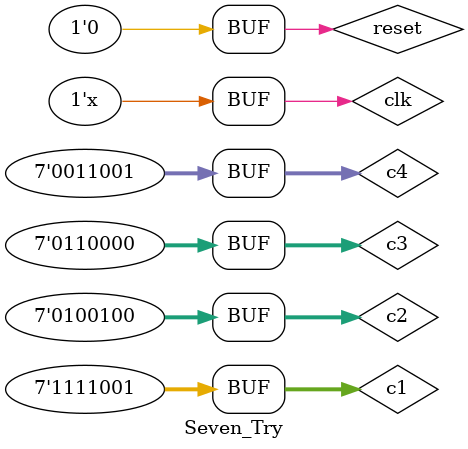
<source format=v>
`timescale 1ns / 1ps


module Seven_Try;

	// Inputs
	reg clk;
	reg reset;
	reg [6:0] c1;
	reg [6:0] c2;
	reg [6:0] c3;
	reg [6:0] c4;

	// Outputs
	wire [3:0] AN;
	wire [6:0] cathode;

	// Instantiate the Unit Under Test (UUT)
	Seven uut (
		.clk(clk), 
		.c1(c1), 
		.c2(c2), 
		.c3(c3), 
		.c4(c4), 
		.AN(AN), 
		.cathode(cathode),
		.reset(reset)
	);

	always begin
		#5 clk = ~clk;
	end
	
	initial begin
		// Initialize Inputs
		clk = 0;
		c1 = 0;
		c2 = 0;
		c3 = 0;
		c4 = 0;
		reset = 0;

		// Wait 100 ns for global reset to finish
		
		#10 reset = 1;
		#10 reset = 0;
		
		#20 c1 = 7'b1111001; c2 = 7'b0100100; c3 = 7'b0110000; c4 = 7'b0011001;
        
		// Add stimulus here

	end
      
endmodule


</source>
